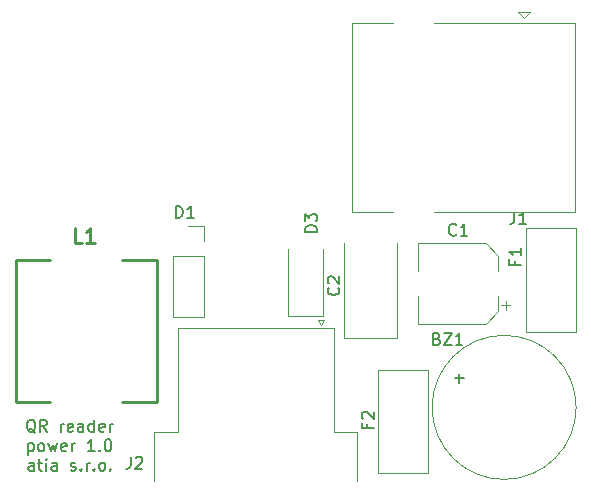
<source format=gto>
%TF.GenerationSoftware,KiCad,Pcbnew,5.1.9*%
%TF.CreationDate,2021-02-24T23:37:06+01:00*%
%TF.ProjectId,qr_reader,71725f72-6561-4646-9572-2e6b69636164,rev?*%
%TF.SameCoordinates,Original*%
%TF.FileFunction,Legend,Top*%
%TF.FilePolarity,Positive*%
%FSLAX46Y46*%
G04 Gerber Fmt 4.6, Leading zero omitted, Abs format (unit mm)*
G04 Created by KiCad (PCBNEW 5.1.9) date 2021-02-24 23:37:06*
%MOMM*%
%LPD*%
G01*
G04 APERTURE LIST*
%ADD10C,0.150000*%
%ADD11C,0.254000*%
%ADD12C,0.120000*%
G04 APERTURE END LIST*
D10*
X118619047Y-59647619D02*
X118523809Y-59600000D01*
X118428571Y-59504761D01*
X118285714Y-59361904D01*
X118190476Y-59314285D01*
X118095238Y-59314285D01*
X118142857Y-59552380D02*
X118047619Y-59504761D01*
X117952380Y-59409523D01*
X117904761Y-59219047D01*
X117904761Y-58885714D01*
X117952380Y-58695238D01*
X118047619Y-58600000D01*
X118142857Y-58552380D01*
X118333333Y-58552380D01*
X118428571Y-58600000D01*
X118523809Y-58695238D01*
X118571428Y-58885714D01*
X118571428Y-59219047D01*
X118523809Y-59409523D01*
X118428571Y-59504761D01*
X118333333Y-59552380D01*
X118142857Y-59552380D01*
X119571428Y-59552380D02*
X119238095Y-59076190D01*
X119000000Y-59552380D02*
X119000000Y-58552380D01*
X119380952Y-58552380D01*
X119476190Y-58600000D01*
X119523809Y-58647619D01*
X119571428Y-58742857D01*
X119571428Y-58885714D01*
X119523809Y-58980952D01*
X119476190Y-59028571D01*
X119380952Y-59076190D01*
X119000000Y-59076190D01*
X120761904Y-59552380D02*
X120761904Y-58885714D01*
X120761904Y-59076190D02*
X120809523Y-58980952D01*
X120857142Y-58933333D01*
X120952380Y-58885714D01*
X121047619Y-58885714D01*
X121761904Y-59504761D02*
X121666666Y-59552380D01*
X121476190Y-59552380D01*
X121380952Y-59504761D01*
X121333333Y-59409523D01*
X121333333Y-59028571D01*
X121380952Y-58933333D01*
X121476190Y-58885714D01*
X121666666Y-58885714D01*
X121761904Y-58933333D01*
X121809523Y-59028571D01*
X121809523Y-59123809D01*
X121333333Y-59219047D01*
X122666666Y-59552380D02*
X122666666Y-59028571D01*
X122619047Y-58933333D01*
X122523809Y-58885714D01*
X122333333Y-58885714D01*
X122238095Y-58933333D01*
X122666666Y-59504761D02*
X122571428Y-59552380D01*
X122333333Y-59552380D01*
X122238095Y-59504761D01*
X122190476Y-59409523D01*
X122190476Y-59314285D01*
X122238095Y-59219047D01*
X122333333Y-59171428D01*
X122571428Y-59171428D01*
X122666666Y-59123809D01*
X123571428Y-59552380D02*
X123571428Y-58552380D01*
X123571428Y-59504761D02*
X123476190Y-59552380D01*
X123285714Y-59552380D01*
X123190476Y-59504761D01*
X123142857Y-59457142D01*
X123095238Y-59361904D01*
X123095238Y-59076190D01*
X123142857Y-58980952D01*
X123190476Y-58933333D01*
X123285714Y-58885714D01*
X123476190Y-58885714D01*
X123571428Y-58933333D01*
X124428571Y-59504761D02*
X124333333Y-59552380D01*
X124142857Y-59552380D01*
X124047619Y-59504761D01*
X124000000Y-59409523D01*
X124000000Y-59028571D01*
X124047619Y-58933333D01*
X124142857Y-58885714D01*
X124333333Y-58885714D01*
X124428571Y-58933333D01*
X124476190Y-59028571D01*
X124476190Y-59123809D01*
X124000000Y-59219047D01*
X124904761Y-59552380D02*
X124904761Y-58885714D01*
X124904761Y-59076190D02*
X124952380Y-58980952D01*
X125000000Y-58933333D01*
X125095238Y-58885714D01*
X125190476Y-58885714D01*
X118000000Y-60535714D02*
X118000000Y-61535714D01*
X118000000Y-60583333D02*
X118095238Y-60535714D01*
X118285714Y-60535714D01*
X118380952Y-60583333D01*
X118428571Y-60630952D01*
X118476190Y-60726190D01*
X118476190Y-61011904D01*
X118428571Y-61107142D01*
X118380952Y-61154761D01*
X118285714Y-61202380D01*
X118095238Y-61202380D01*
X118000000Y-61154761D01*
X119047619Y-61202380D02*
X118952380Y-61154761D01*
X118904761Y-61107142D01*
X118857142Y-61011904D01*
X118857142Y-60726190D01*
X118904761Y-60630952D01*
X118952380Y-60583333D01*
X119047619Y-60535714D01*
X119190476Y-60535714D01*
X119285714Y-60583333D01*
X119333333Y-60630952D01*
X119380952Y-60726190D01*
X119380952Y-61011904D01*
X119333333Y-61107142D01*
X119285714Y-61154761D01*
X119190476Y-61202380D01*
X119047619Y-61202380D01*
X119714285Y-60535714D02*
X119904761Y-61202380D01*
X120095238Y-60726190D01*
X120285714Y-61202380D01*
X120476190Y-60535714D01*
X121238095Y-61154761D02*
X121142857Y-61202380D01*
X120952380Y-61202380D01*
X120857142Y-61154761D01*
X120809523Y-61059523D01*
X120809523Y-60678571D01*
X120857142Y-60583333D01*
X120952380Y-60535714D01*
X121142857Y-60535714D01*
X121238095Y-60583333D01*
X121285714Y-60678571D01*
X121285714Y-60773809D01*
X120809523Y-60869047D01*
X121714285Y-61202380D02*
X121714285Y-60535714D01*
X121714285Y-60726190D02*
X121761904Y-60630952D01*
X121809523Y-60583333D01*
X121904761Y-60535714D01*
X122000000Y-60535714D01*
X123619047Y-61202380D02*
X123047619Y-61202380D01*
X123333333Y-61202380D02*
X123333333Y-60202380D01*
X123238095Y-60345238D01*
X123142857Y-60440476D01*
X123047619Y-60488095D01*
X124047619Y-61107142D02*
X124095238Y-61154761D01*
X124047619Y-61202380D01*
X124000000Y-61154761D01*
X124047619Y-61107142D01*
X124047619Y-61202380D01*
X124714285Y-60202380D02*
X124809523Y-60202380D01*
X124904761Y-60250000D01*
X124952380Y-60297619D01*
X125000000Y-60392857D01*
X125047619Y-60583333D01*
X125047619Y-60821428D01*
X125000000Y-61011904D01*
X124952380Y-61107142D01*
X124904761Y-61154761D01*
X124809523Y-61202380D01*
X124714285Y-61202380D01*
X124619047Y-61154761D01*
X124571428Y-61107142D01*
X124523809Y-61011904D01*
X124476190Y-60821428D01*
X124476190Y-60583333D01*
X124523809Y-60392857D01*
X124571428Y-60297619D01*
X124619047Y-60250000D01*
X124714285Y-60202380D01*
X118476190Y-62852380D02*
X118476190Y-62328571D01*
X118428571Y-62233333D01*
X118333333Y-62185714D01*
X118142857Y-62185714D01*
X118047619Y-62233333D01*
X118476190Y-62804761D02*
X118380952Y-62852380D01*
X118142857Y-62852380D01*
X118047619Y-62804761D01*
X118000000Y-62709523D01*
X118000000Y-62614285D01*
X118047619Y-62519047D01*
X118142857Y-62471428D01*
X118380952Y-62471428D01*
X118476190Y-62423809D01*
X118809523Y-62185714D02*
X119190476Y-62185714D01*
X118952380Y-61852380D02*
X118952380Y-62709523D01*
X119000000Y-62804761D01*
X119095238Y-62852380D01*
X119190476Y-62852380D01*
X119523809Y-62852380D02*
X119523809Y-62185714D01*
X119523809Y-61852380D02*
X119476190Y-61900000D01*
X119523809Y-61947619D01*
X119571428Y-61900000D01*
X119523809Y-61852380D01*
X119523809Y-61947619D01*
X120428571Y-62852380D02*
X120428571Y-62328571D01*
X120380952Y-62233333D01*
X120285714Y-62185714D01*
X120095238Y-62185714D01*
X120000000Y-62233333D01*
X120428571Y-62804761D02*
X120333333Y-62852380D01*
X120095238Y-62852380D01*
X120000000Y-62804761D01*
X119952380Y-62709523D01*
X119952380Y-62614285D01*
X120000000Y-62519047D01*
X120095238Y-62471428D01*
X120333333Y-62471428D01*
X120428571Y-62423809D01*
X121619047Y-62804761D02*
X121714285Y-62852380D01*
X121904761Y-62852380D01*
X122000000Y-62804761D01*
X122047619Y-62709523D01*
X122047619Y-62661904D01*
X122000000Y-62566666D01*
X121904761Y-62519047D01*
X121761904Y-62519047D01*
X121666666Y-62471428D01*
X121619047Y-62376190D01*
X121619047Y-62328571D01*
X121666666Y-62233333D01*
X121761904Y-62185714D01*
X121904761Y-62185714D01*
X122000000Y-62233333D01*
X122476190Y-62757142D02*
X122523809Y-62804761D01*
X122476190Y-62852380D01*
X122428571Y-62804761D01*
X122476190Y-62757142D01*
X122476190Y-62852380D01*
X122952380Y-62852380D02*
X122952380Y-62185714D01*
X122952380Y-62376190D02*
X123000000Y-62280952D01*
X123047619Y-62233333D01*
X123142857Y-62185714D01*
X123238095Y-62185714D01*
X123571428Y-62757142D02*
X123619047Y-62804761D01*
X123571428Y-62852380D01*
X123523809Y-62804761D01*
X123571428Y-62757142D01*
X123571428Y-62852380D01*
X124190476Y-62852380D02*
X124095238Y-62804761D01*
X124047619Y-62757142D01*
X124000000Y-62661904D01*
X124000000Y-62376190D01*
X124047619Y-62280952D01*
X124095238Y-62233333D01*
X124190476Y-62185714D01*
X124333333Y-62185714D01*
X124428571Y-62233333D01*
X124476190Y-62280952D01*
X124523809Y-62376190D01*
X124523809Y-62661904D01*
X124476190Y-62757142D01*
X124428571Y-62804761D01*
X124333333Y-62852380D01*
X124190476Y-62852380D01*
X124952380Y-62757142D02*
X125000000Y-62804761D01*
X124952380Y-62852380D01*
X124904761Y-62804761D01*
X124952380Y-62757142D01*
X124952380Y-62852380D01*
D11*
%TO.C,L1*%
X128936000Y-57054000D02*
X128936000Y-45054000D01*
X116936000Y-45054000D02*
X116936000Y-57054000D01*
X128936000Y-57054000D02*
X125986000Y-57054000D01*
X128936000Y-45054000D02*
X125986000Y-45054000D01*
X116936000Y-57054000D02*
X119886000Y-57054000D01*
X116936000Y-45054000D02*
X119886000Y-45054000D01*
D12*
%TO.C,J2*%
X128650000Y-63696000D02*
X128650000Y-59596000D01*
X128650000Y-59596000D02*
X130660000Y-59596000D01*
X130660000Y-59596000D02*
X130660000Y-50756000D01*
X130660000Y-50756000D02*
X143860000Y-50756000D01*
X143860000Y-50756000D02*
X143860000Y-59596000D01*
X143860000Y-59596000D02*
X145870000Y-59596000D01*
X145870000Y-59596000D02*
X145870000Y-63696000D01*
X142550000Y-50061662D02*
X143050000Y-50061662D01*
X143050000Y-50061662D02*
X142800000Y-50494675D01*
X142800000Y-50494675D02*
X142550000Y-50061662D01*
%TO.C,J1*%
X148850000Y-24935000D02*
X145410000Y-24935000D01*
X159492000Y-24059000D02*
X160000000Y-24567000D01*
X160508000Y-24059000D02*
X159492000Y-24059000D01*
X160000000Y-24567000D02*
X160508000Y-24059000D01*
X148850000Y-40955000D02*
X145410000Y-40955000D01*
X145410000Y-40955000D02*
X145410000Y-24935000D01*
X164280000Y-24935000D02*
X152350000Y-24935000D01*
X164280000Y-40955000D02*
X164280000Y-24935000D01*
X164280000Y-40955000D02*
X152350000Y-40955000D01*
%TO.C,F2*%
X151870000Y-54340000D02*
X151870000Y-63080000D01*
X151870000Y-54340000D02*
X147630000Y-54340000D01*
X147630000Y-63080000D02*
X151870000Y-63080000D01*
X147630000Y-63080000D02*
X147630000Y-54340000D01*
%TO.C,F1*%
X164370000Y-42340000D02*
X164370000Y-51080000D01*
X164370000Y-42340000D02*
X160130000Y-42340000D01*
X160130000Y-51080000D02*
X164370000Y-51080000D01*
X160130000Y-51080000D02*
X160130000Y-42340000D01*
%TO.C,D3*%
X142978000Y-49782000D02*
X142978000Y-44082000D01*
X139978000Y-49782000D02*
X142978000Y-49782000D01*
X139978000Y-44082000D02*
X139978000Y-49782000D01*
%TO.C,D1*%
X130242000Y-44704000D02*
X132902000Y-44704000D01*
X130242000Y-44704000D02*
X130242000Y-49844000D01*
X130242000Y-49844000D02*
X132902000Y-49844000D01*
X132902000Y-44704000D02*
X132902000Y-49844000D01*
X132902000Y-42104000D02*
X132902000Y-43434000D01*
X131572000Y-42104000D02*
X132902000Y-42104000D01*
%TO.C,C2*%
X149260000Y-51610000D02*
X149260000Y-43550000D01*
X144740000Y-51610000D02*
X149260000Y-51610000D01*
X144740000Y-43550000D02*
X144740000Y-51610000D01*
%TO.C,C1*%
X158443750Y-49241250D02*
X158443750Y-48453750D01*
X158837500Y-48847500D02*
X158050000Y-48847500D01*
X157810000Y-44654437D02*
X156745563Y-43590000D01*
X157810000Y-49345563D02*
X156745563Y-50410000D01*
X157810000Y-49345563D02*
X157810000Y-48060000D01*
X157810000Y-44654437D02*
X157810000Y-45940000D01*
X156745563Y-43590000D02*
X150990000Y-43590000D01*
X156745563Y-50410000D02*
X150990000Y-50410000D01*
X150990000Y-50410000D02*
X150990000Y-48060000D01*
X150990000Y-43590000D02*
X150990000Y-45940000D01*
%TO.C,BZ1*%
X164400000Y-57500000D02*
G75*
G03*
X164400000Y-57500000I-6100000J0D01*
G01*
%TO.C,L1*%
D11*
X122538333Y-43574523D02*
X121933571Y-43574523D01*
X121933571Y-42304523D01*
X123626904Y-43574523D02*
X122901190Y-43574523D01*
X123264047Y-43574523D02*
X123264047Y-42304523D01*
X123143095Y-42485952D01*
X123022142Y-42606904D01*
X122901190Y-42667380D01*
%TO.C,J2*%
D10*
X126666666Y-61682380D02*
X126666666Y-62396666D01*
X126619047Y-62539523D01*
X126523809Y-62634761D01*
X126380952Y-62682380D01*
X126285714Y-62682380D01*
X127095238Y-61777619D02*
X127142857Y-61730000D01*
X127238095Y-61682380D01*
X127476190Y-61682380D01*
X127571428Y-61730000D01*
X127619047Y-61777619D01*
X127666666Y-61872857D01*
X127666666Y-61968095D01*
X127619047Y-62110952D01*
X127047619Y-62682380D01*
X127666666Y-62682380D01*
%TO.C,J1*%
X159166666Y-40952380D02*
X159166666Y-41666666D01*
X159119047Y-41809523D01*
X159023809Y-41904761D01*
X158880952Y-41952380D01*
X158785714Y-41952380D01*
X160166666Y-41952380D02*
X159595238Y-41952380D01*
X159880952Y-41952380D02*
X159880952Y-40952380D01*
X159785714Y-41095238D01*
X159690476Y-41190476D01*
X159595238Y-41238095D01*
%TO.C,F2*%
X146728571Y-58933333D02*
X146728571Y-59266666D01*
X147252380Y-59266666D02*
X146252380Y-59266666D01*
X146252380Y-58790476D01*
X146347619Y-58457142D02*
X146300000Y-58409523D01*
X146252380Y-58314285D01*
X146252380Y-58076190D01*
X146300000Y-57980952D01*
X146347619Y-57933333D01*
X146442857Y-57885714D01*
X146538095Y-57885714D01*
X146680952Y-57933333D01*
X147252380Y-58504761D01*
X147252380Y-57885714D01*
%TO.C,F1*%
X159228571Y-45083333D02*
X159228571Y-45416666D01*
X159752380Y-45416666D02*
X158752380Y-45416666D01*
X158752380Y-44940476D01*
X159752380Y-44035714D02*
X159752380Y-44607142D01*
X159752380Y-44321428D02*
X158752380Y-44321428D01*
X158895238Y-44416666D01*
X158990476Y-44511904D01*
X159038095Y-44607142D01*
%TO.C,D3*%
X142438380Y-42648095D02*
X141438380Y-42648095D01*
X141438380Y-42410000D01*
X141486000Y-42267142D01*
X141581238Y-42171904D01*
X141676476Y-42124285D01*
X141866952Y-42076666D01*
X142009809Y-42076666D01*
X142200285Y-42124285D01*
X142295523Y-42171904D01*
X142390761Y-42267142D01*
X142438380Y-42410000D01*
X142438380Y-42648095D01*
X141438380Y-41743333D02*
X141438380Y-41124285D01*
X141819333Y-41457619D01*
X141819333Y-41314761D01*
X141866952Y-41219523D01*
X141914571Y-41171904D01*
X142009809Y-41124285D01*
X142247904Y-41124285D01*
X142343142Y-41171904D01*
X142390761Y-41219523D01*
X142438380Y-41314761D01*
X142438380Y-41600476D01*
X142390761Y-41695714D01*
X142343142Y-41743333D01*
%TO.C,D1*%
X130511904Y-41452380D02*
X130511904Y-40452380D01*
X130750000Y-40452380D01*
X130892857Y-40500000D01*
X130988095Y-40595238D01*
X131035714Y-40690476D01*
X131083333Y-40880952D01*
X131083333Y-41023809D01*
X131035714Y-41214285D01*
X130988095Y-41309523D01*
X130892857Y-41404761D01*
X130750000Y-41452380D01*
X130511904Y-41452380D01*
X132035714Y-41452380D02*
X131464285Y-41452380D01*
X131750000Y-41452380D02*
X131750000Y-40452380D01*
X131654761Y-40595238D01*
X131559523Y-40690476D01*
X131464285Y-40738095D01*
%TO.C,C2*%
X144257142Y-47366666D02*
X144304761Y-47414285D01*
X144352380Y-47557142D01*
X144352380Y-47652380D01*
X144304761Y-47795238D01*
X144209523Y-47890476D01*
X144114285Y-47938095D01*
X143923809Y-47985714D01*
X143780952Y-47985714D01*
X143590476Y-47938095D01*
X143495238Y-47890476D01*
X143400000Y-47795238D01*
X143352380Y-47652380D01*
X143352380Y-47557142D01*
X143400000Y-47414285D01*
X143447619Y-47366666D01*
X143447619Y-46985714D02*
X143400000Y-46938095D01*
X143352380Y-46842857D01*
X143352380Y-46604761D01*
X143400000Y-46509523D01*
X143447619Y-46461904D01*
X143542857Y-46414285D01*
X143638095Y-46414285D01*
X143780952Y-46461904D01*
X144352380Y-47033333D01*
X144352380Y-46414285D01*
%TO.C,C1*%
X154233333Y-42857142D02*
X154185714Y-42904761D01*
X154042857Y-42952380D01*
X153947619Y-42952380D01*
X153804761Y-42904761D01*
X153709523Y-42809523D01*
X153661904Y-42714285D01*
X153614285Y-42523809D01*
X153614285Y-42380952D01*
X153661904Y-42190476D01*
X153709523Y-42095238D01*
X153804761Y-42000000D01*
X153947619Y-41952380D01*
X154042857Y-41952380D01*
X154185714Y-42000000D01*
X154233333Y-42047619D01*
X155185714Y-42952380D02*
X154614285Y-42952380D01*
X154900000Y-42952380D02*
X154900000Y-41952380D01*
X154804761Y-42095238D01*
X154709523Y-42190476D01*
X154614285Y-42238095D01*
%TO.C,BZ1*%
X152619047Y-51678571D02*
X152761904Y-51726190D01*
X152809523Y-51773809D01*
X152857142Y-51869047D01*
X152857142Y-52011904D01*
X152809523Y-52107142D01*
X152761904Y-52154761D01*
X152666666Y-52202380D01*
X152285714Y-52202380D01*
X152285714Y-51202380D01*
X152619047Y-51202380D01*
X152714285Y-51250000D01*
X152761904Y-51297619D01*
X152809523Y-51392857D01*
X152809523Y-51488095D01*
X152761904Y-51583333D01*
X152714285Y-51630952D01*
X152619047Y-51678571D01*
X152285714Y-51678571D01*
X153190476Y-51202380D02*
X153857142Y-51202380D01*
X153190476Y-52202380D01*
X153857142Y-52202380D01*
X154761904Y-52202380D02*
X154190476Y-52202380D01*
X154476190Y-52202380D02*
X154476190Y-51202380D01*
X154380952Y-51345238D01*
X154285714Y-51440476D01*
X154190476Y-51488095D01*
X154109047Y-55031428D02*
X154870952Y-55031428D01*
X154490000Y-55412380D02*
X154490000Y-54650476D01*
%TD*%
M02*

</source>
